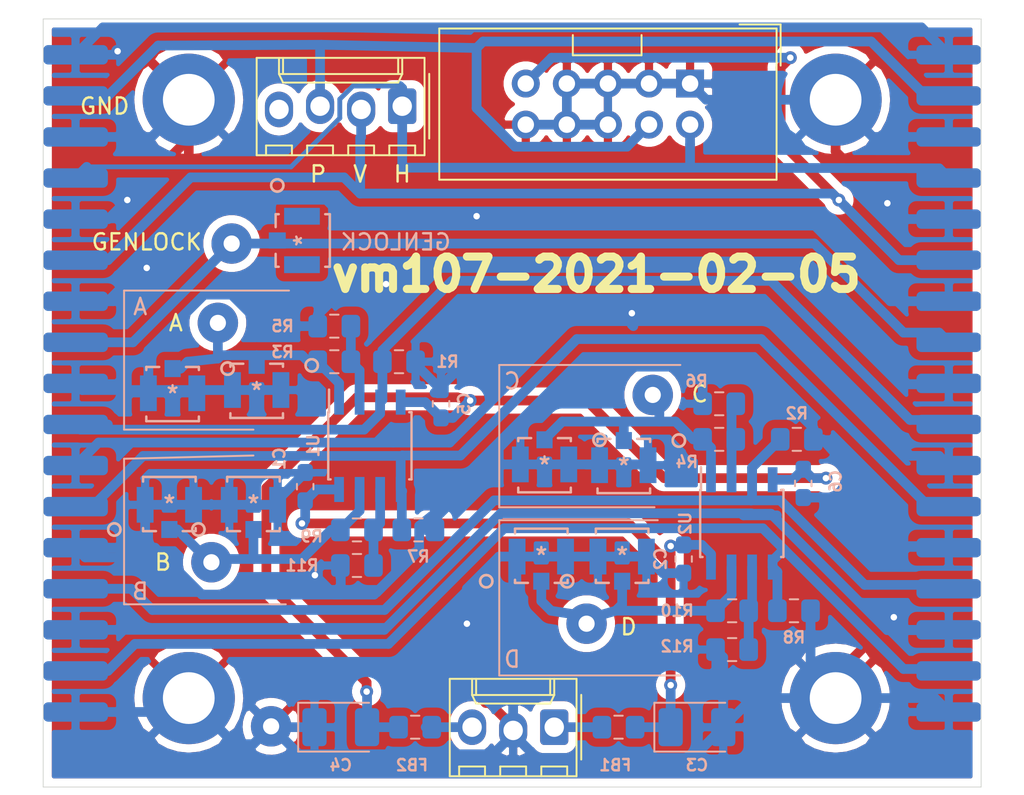
<source format=kicad_pcb>
(kicad_pcb (version 20171130) (host pcbnew "(5.1.5-0-10_14)")
  (layers (0 F.Cu signal) (31 B.Cu signal) (34 B.Paste user) (35 F.Paste user) (36 B.SilkS user) (37 F.SilkS user) (38 B.Mask user) (39 F.Mask user) (44 Edge.Cuts user))
  (net 0 "")
  (net 1 GND)
  (net 2 out_d)
  (net 3 out_c)
  (net 4 out_b)
  (net 5 out_a)
  (net 6 genlock)
  (net 7 vsync)
  (net 8 hsync)
  (net 9 porch)
  (net 10 +5V)
  (net 11 -5V)
  (net 12 "Net-(FB1-Pad2)")
  (net 13 "Net-(FB2-Pad1)")
  (net 14 "Net-(J1-Pad1)")
  (net 15 "Net-(J108-Pad1)")
  (net 16 "Net-(J10-Pad1)")
  (net 17 "Net-(J11-Pad1)")
  (net 18 "Net-(R3-Pad2)")
  (net 19 "Net-(R4-Pad2)")
  (net 20 "Net-(R11-Pad1)")
  (net 21 "Net-(R10-Pad2)")
  (module synkie_footprints:C_0603_1608Metric_Pad1.05x0.95mm_HandSolder (layer B.Cu) (at 120.6 103.4 270)
    (fp_text reference C2 (at 0 1.43 90) (layer B.SilkS) (effects (font (size 0.7 0.7)) (justify mirror)))
    (fp_text value C)
    (pad 2 smd roundrect (at 0.875 0 270) (size 1.05 0.95) (layers B.Cu B.Paste B.Mask) (net 1 GND))
    (pad 1 smd roundrect (at -0.875 0 270) (size 1.05 0.95) (layers B.Cu B.Paste B.Mask) (net 10 +5V))
  )
  (module synkie_footprints:C_0603_1608Metric_Pad1.05x0.95mm_HandSolder (layer B.Cu) (at 128 98.725 270)
    (fp_text reference C6 (at -0.125 -2 90) (layer B.SilkS) (effects (font (size 0.7 0.7)) (justify mirror)))
    (fp_text value C)
    (pad 2 smd roundrect (at 0.875 0 270) (size 1.05 0.95) (layers B.Cu B.Paste B.Mask) (net 1 GND))
    (pad 1 smd roundrect (at -0.875 0 270) (size 1.05 0.95) (layers B.Cu B.Paste B.Mask) (net 11 -5V))
  )
  (module synkie_footprints:SOIC-8_3.9x4.9mm_P1.27mm (layer B.Cu) (at 124.2 101.2 270)
    (fp_text reference U2 (at 0 3.5 90) (layer B.SilkS) (effects (font (size 0.7 0.7)) (justify mirror)))
    (fp_text value LMH6643)
    (pad 8 smd rect (at 2.7 1.905 270) (size 1.55 0.6) (layers B.Cu B.Paste B.Mask) (net 10 +5V))
    (pad 7 smd rect (at 2.7 0.635 270) (size 1.55 0.6) (layers B.Cu B.Paste B.Mask) (net 17 "Net-(J11-Pad1)"))
    (pad 6 smd rect (at 2.7 -0.635 270) (size 1.55 0.6) (layers B.Cu B.Paste B.Mask) (net 21 "Net-(R10-Pad2)"))
    (pad 5 smd rect (at 2.7 -1.905 270) (size 1.55 0.6) (layers B.Cu B.Paste B.Mask) (net 2 out_d))
    (pad 4 smd rect (at -2.7 -1.905 270) (size 1.55 0.6) (layers B.Cu B.Paste B.Mask) (net 11 -5V))
    (pad 3 smd rect (at -2.7 -0.635 270) (size 1.55 0.6) (layers B.Cu B.Paste B.Mask) (net 3 out_c))
    (pad 2 smd rect (at -2.7 0.635 270) (size 1.55 0.6) (layers B.Cu B.Paste B.Mask) (net 19 "Net-(R4-Pad2)"))
    (pad 1 smd rect (at -2.7 1.905 270) (size 1.55 0.6) (layers B.Cu B.Paste B.Mask) (net 14 "Net-(J1-Pad1)"))
  )
  (module synkie_footprints:SOIC-8_3.9x4.9mm_P1.27mm (layer B.Cu) (at 101.2 96.4 270)
    (fp_text reference U1 (at 0 3.5 90) (layer B.SilkS) (effects (font (size 0.7 0.7)) (justify mirror)))
    (fp_text value LMH6643)
    (pad 8 smd rect (at 2.7 1.905 270) (size 1.55 0.6) (layers B.Cu B.Paste B.Mask) (net 10 +5V))
    (pad 7 smd rect (at 2.7 0.635 270) (size 1.55 0.6) (layers B.Cu B.Paste B.Mask) (net 16 "Net-(J10-Pad1)"))
    (pad 6 smd rect (at 2.7 -0.635 270) (size 1.55 0.6) (layers B.Cu B.Paste B.Mask) (net 20 "Net-(R11-Pad1)"))
    (pad 5 smd rect (at 2.7 -1.905 270) (size 1.55 0.6) (layers B.Cu B.Paste B.Mask) (net 4 out_b))
    (pad 4 smd rect (at -2.7 -1.905 270) (size 1.55 0.6) (layers B.Cu B.Paste B.Mask) (net 11 -5V))
    (pad 3 smd rect (at -2.7 -0.635 270) (size 1.55 0.6) (layers B.Cu B.Paste B.Mask) (net 5 out_a))
    (pad 2 smd rect (at -2.7 0.635 270) (size 1.55 0.6) (layers B.Cu B.Paste B.Mask) (net 18 "Net-(R3-Pad2)"))
    (pad 1 smd rect (at -2.7 1.905 270) (size 1.55 0.6) (layers B.Cu B.Paste B.Mask) (net 15 "Net-(J108-Pad1)"))
  )
  (module synkie_footprints:R_0805_2012Metric_Pad1.15x1.40mm_HandSolder (layer B.Cu) (at 123.6 109 180)
    (fp_text reference R12 (at 3.4 0.2) (layer B.SilkS) (effects (font (size 0.7 0.7)) (justify mirror)))
    (fp_text value 120)
    (pad 2 smd roundrect (at 1.025 0 180) (size 1.15 1.4) (layers B.Cu B.Paste B.Mask) (roundrect_rratio 0.217391) (net 1 GND))
    (pad 1 smd roundrect (at -1.025 0 180) (size 1.15 1.4) (layers B.Cu B.Paste B.Mask) (roundrect_rratio 0.217391) (net 21 "Net-(R10-Pad2)"))
  )
  (module synkie_footprints:R_0805_2012Metric_Pad1.15x1.40mm_HandSolder (layer B.Cu) (at 100.4 103.8 180)
    (fp_text reference R11 (at 3.4 0) (layer B.SilkS) (effects (font (size 0.7 0.7)) (justify mirror)))
    (fp_text value 120)
    (pad 2 smd roundrect (at 1.025 0 180) (size 1.15 1.4) (layers B.Cu B.Paste B.Mask) (roundrect_rratio 0.217391) (net 1 GND))
    (pad 1 smd roundrect (at -1.025 0 180) (size 1.15 1.4) (layers B.Cu B.Paste B.Mask) (roundrect_rratio 0.217391) (net 20 "Net-(R11-Pad1)"))
  )
  (module synkie_footprints:R_0805_2012Metric_Pad1.15x1.40mm_HandSolder (layer B.Cu) (at 123.6 106.6)
    (fp_text reference R10 (at -3.4 0) (layer B.SilkS) (effects (font (size 0.7 0.7)) (justify mirror)))
    (fp_text value 560)
    (pad 2 smd roundrect (at 1.025 0) (size 1.15 1.4) (layers B.Cu B.Paste B.Mask) (roundrect_rratio 0.217391) (net 21 "Net-(R10-Pad2)"))
    (pad 1 smd roundrect (at -1.025 0) (size 1.15 1.4) (layers B.Cu B.Paste B.Mask) (roundrect_rratio 0.217391) (net 17 "Net-(J11-Pad1)"))
  )
  (module synkie_footprints:R_0805_2012Metric_Pad1.15x1.40mm_HandSolder (layer B.Cu) (at 100.4 101.6)
    (fp_text reference R9 (at -2.8 0.4) (layer B.SilkS) (effects (font (size 0.7 0.7)) (justify mirror)))
    (fp_text value 560)
    (pad 2 smd roundrect (at 1.025 0) (size 1.15 1.4) (layers B.Cu B.Paste B.Mask) (roundrect_rratio 0.217391) (net 20 "Net-(R11-Pad1)"))
    (pad 1 smd roundrect (at -1.025 0) (size 1.15 1.4) (layers B.Cu B.Paste B.Mask) (roundrect_rratio 0.217391) (net 16 "Net-(J10-Pad1)"))
  )
  (module synkie_footprints:R_0805_2012Metric_Pad1.15x1.40mm_HandSolder (layer B.Cu) (at 127.425 106.6)
    (fp_text reference R8 (at 0 1.65) (layer B.SilkS) (effects (font (size 0.7 0.7)) (justify mirror)))
    (fp_text value 560)
    (pad 2 smd roundrect (at 1.025 0) (size 1.15 1.4) (layers B.Cu B.Paste B.Mask) (roundrect_rratio 0.217391) (net 1 GND))
    (pad 1 smd roundrect (at -1.025 0) (size 1.15 1.4) (layers B.Cu B.Paste B.Mask) (roundrect_rratio 0.217391) (net 2 out_d))
  )
  (module synkie_footprints:R_0805_2012Metric_Pad1.15x1.40mm_HandSolder (layer B.Cu) (at 104.2 101.6)
    (fp_text reference R7 (at 0 1.65) (layer B.SilkS) (effects (font (size 0.7 0.7)) (justify mirror)))
    (fp_text value 560)
    (pad 2 smd roundrect (at 1.025 0) (size 1.15 1.4) (layers B.Cu B.Paste B.Mask) (roundrect_rratio 0.217391) (net 1 GND))
    (pad 1 smd roundrect (at -1.025 0) (size 1.15 1.4) (layers B.Cu B.Paste B.Mask) (roundrect_rratio 0.217391) (net 4 out_b))
  )
  (module synkie_footprints:R_0805_2012Metric_Pad1.15x1.40mm_HandSolder (layer B.Cu) (at 122.8 93.8 180)
    (fp_text reference R6 (at 1.4 1.4) (layer B.SilkS) (effects (font (size 0.7 0.7)) (justify mirror)))
    (fp_text value 120)
    (pad 2 smd roundrect (at 1.025 0 180) (size 1.15 1.4) (layers B.Cu B.Paste B.Mask) (roundrect_rratio 0.217391) (net 1 GND))
    (pad 1 smd roundrect (at -1.025 0 180) (size 1.15 1.4) (layers B.Cu B.Paste B.Mask) (roundrect_rratio 0.217391) (net 19 "Net-(R4-Pad2)"))
  )
  (module synkie_footprints:R_0805_2012Metric_Pad1.15x1.40mm_HandSolder (layer B.Cu) (at 99 89 180)
    (fp_text reference R5 (at 3.2 0) (layer B.SilkS) (effects (font (size 0.7 0.7)) (justify mirror)))
    (fp_text value 120)
    (pad 2 smd roundrect (at 1.025 0 180) (size 1.15 1.4) (layers B.Cu B.Paste B.Mask) (roundrect_rratio 0.217391) (net 1 GND))
    (pad 1 smd roundrect (at -1.025 0 180) (size 1.15 1.4) (layers B.Cu B.Paste B.Mask) (roundrect_rratio 0.217391) (net 18 "Net-(R3-Pad2)"))
  )
  (module synkie_footprints:R_0805_2012Metric_Pad1.15x1.40mm_HandSolder (layer B.Cu) (at 122.8 96)
    (fp_text reference R4 (at -2 1.4) (layer B.SilkS) (effects (font (size 0.7 0.7)) (justify mirror)))
    (fp_text value 560)
    (pad 2 smd roundrect (at 1.025 0) (size 1.15 1.4) (layers B.Cu B.Paste B.Mask) (roundrect_rratio 0.217391) (net 19 "Net-(R4-Pad2)"))
    (pad 1 smd roundrect (at -1.025 0) (size 1.15 1.4) (layers B.Cu B.Paste B.Mask) (roundrect_rratio 0.217391) (net 14 "Net-(J1-Pad1)"))
  )
  (module synkie_footprints:R_0805_2012Metric_Pad1.15x1.40mm_HandSolder (layer B.Cu) (at 99 91.2)
    (fp_text reference R3 (at -3.2 -0.6) (layer B.SilkS) (effects (font (size 0.7 0.7)) (justify mirror)))
    (fp_text value 560)
    (pad 2 smd roundrect (at 1.025 0) (size 1.15 1.4) (layers B.Cu B.Paste B.Mask) (roundrect_rratio 0.217391) (net 18 "Net-(R3-Pad2)"))
    (pad 1 smd roundrect (at -1.025 0) (size 1.15 1.4) (layers B.Cu B.Paste B.Mask) (roundrect_rratio 0.217391) (net 15 "Net-(J108-Pad1)"))
  )
  (module synkie_footprints:R_0805_2012Metric_Pad1.15x1.40mm_HandSolder (layer B.Cu) (at 127.6 96)
    (fp_text reference R2 (at 0 -1.6) (layer B.SilkS) (effects (font (size 0.7 0.7)) (justify mirror)))
    (fp_text value 560)
    (pad 2 smd roundrect (at 1.025 0) (size 1.15 1.4) (layers B.Cu B.Paste B.Mask) (roundrect_rratio 0.217391) (net 1 GND))
    (pad 1 smd roundrect (at -1.025 0) (size 1.15 1.4) (layers B.Cu B.Paste B.Mask) (roundrect_rratio 0.217391) (net 3 out_c))
  )
  (module synkie_footprints:R_0805_2012Metric_Pad1.15x1.40mm_HandSolder (layer B.Cu) (at 103 91.2)
    (fp_text reference R1 (at 3 0) (layer B.SilkS) (effects (font (size 0.7 0.7)) (justify mirror)))
    (fp_text value 560)
    (pad 2 smd roundrect (at 1.025 0) (size 1.15 1.4) (layers B.Cu B.Paste B.Mask) (roundrect_rratio 0.217391) (net 1 GND))
    (pad 1 smd roundrect (at -1.025 0) (size 1.15 1.4) (layers B.Cu B.Paste B.Mask) (roundrect_rratio 0.217391) (net 5 out_a))
  )
  (module synkie_footprints:TE_UMCC_2337019-1 (layer B.Cu) (at 111.8 103.2)
    (fp_text reference J11 hide)
    (fp_text value UMCC hide)
    (fp_text user * (at 0 0) (layer B.SilkS) (effects (justify mirror)))
    (pad 1 smd rect (at 0 1.5744) (size 1 1.05) (layers B.Cu B.Paste B.Mask) (net 17 "Net-(J11-Pad1)"))
    (pad 2 smd rect (at -1.497501 0.049399) (size 1.0414 2.2098) (layers B.Cu B.Paste B.Mask) (net 1 GND))
    (pad 3 smd rect (at 1.497501 0.049399) (size 1.0414 2.2098) (layers B.Cu B.Paste B.Mask) (net 1 GND))
  )
  (module synkie_footprints:TE_UMCC_2337019-1 (layer B.Cu) (at 94 100)
    (fp_text reference J10 hide)
    (fp_text value UMCC hide)
    (fp_text user * (at 0 0) (layer B.SilkS) (effects (justify mirror)))
    (pad 1 smd rect (at 0 1.5744) (size 1 1.05) (layers B.Cu B.Paste B.Mask) (net 16 "Net-(J10-Pad1)"))
    (pad 2 smd rect (at -1.497501 0.049399) (size 1.0414 2.2098) (layers B.Cu B.Paste B.Mask) (net 1 GND))
    (pad 3 smd rect (at 1.497501 0.049399) (size 1.0414 2.2098) (layers B.Cu B.Paste B.Mask) (net 1 GND))
  )
  (module synkie_footprints:IDC-Header_2x05_P2.54mm_Vertical (layer F.Cu) (at 121 74 270)
    (fp_text reference J9 hide)
    (fp_text value Conn_01x10)
    (pad 1 thru_hole rect (at 0 0 270) (size 1.7272 1.7272) (drill 1.016) (layers *.Cu *.Mask) (net 1 GND))
    (pad 2 thru_hole oval (at 2.54 0 270) (size 1.7272 1.7272) (drill 1.016) (layers *.Cu *.Mask) (net 8 hsync))
    (pad 3 thru_hole oval (at 0 2.54 270) (size 1.7272 1.7272) (drill 1.016) (layers *.Cu *.Mask) (net 1 GND))
    (pad 4 thru_hole oval (at 2.54 2.54 270) (size 1.7272 1.7272) (drill 1.016) (layers *.Cu *.Mask) (net 9 porch))
    (pad 5 thru_hole oval (at 0 5.08 270) (size 1.7272 1.7272) (drill 1.016) (layers *.Cu *.Mask) (net 1 GND))
    (pad 6 thru_hole oval (at 2.54 5.08 270) (size 1.7272 1.7272) (drill 1.016) (layers *.Cu *.Mask) (net 1 GND))
    (pad 7 thru_hole oval (at 0 7.62 270) (size 1.7272 1.7272) (drill 1.016) (layers *.Cu *.Mask) (net 1 GND))
    (pad 8 thru_hole oval (at 2.54 7.62 270) (size 1.7272 1.7272) (drill 1.016) (layers *.Cu *.Mask) (net 1 GND))
    (pad 9 thru_hole oval (at 0 10.16 270) (size 1.7272 1.7272) (drill 1.016) (layers *.Cu *.Mask) (net 7 vsync))
    (pad 10 thru_hole oval (at 2.54 10.16 270) (size 1.7272 1.7272) (drill 1.016) (layers *.Cu *.Mask) (net 1 GND))
  )
  (module synkie_footprints:TE_UMCC_2337019-1 (layer B.Cu) (at 116.8 103.2)
    (fp_text reference J8 hide)
    (fp_text value UMCC hide)
    (fp_text user * (at 0 0) (layer B.SilkS) (effects (justify mirror)))
    (pad 1 smd rect (at 0 1.5744) (size 1 1.05) (layers B.Cu B.Paste B.Mask) (net 17 "Net-(J11-Pad1)"))
    (pad 2 smd rect (at -1.497501 0.049399) (size 1.0414 2.2098) (layers B.Cu B.Paste B.Mask) (net 1 GND))
    (pad 3 smd rect (at 1.497501 0.049399) (size 1.0414 2.2098) (layers B.Cu B.Paste B.Mask) (net 1 GND))
  )
  (module synkie_footprints:TE_UMCC_2337019-1 (layer B.Cu) (at 88.8 100)
    (fp_text reference J7 hide)
    (fp_text value UMCC hide)
    (fp_text user * (at 0 0) (layer B.SilkS) (effects (justify mirror)))
    (pad 1 smd rect (at 0 1.5744) (size 1 1.05) (layers B.Cu B.Paste B.Mask) (net 16 "Net-(J10-Pad1)"))
    (pad 2 smd rect (at -1.497501 0.049399) (size 1.0414 2.2098) (layers B.Cu B.Paste B.Mask) (net 1 GND))
    (pad 3 smd rect (at 1.497501 0.049399) (size 1.0414 2.2098) (layers B.Cu B.Paste B.Mask) (net 1 GND))
  )
  (module synkie_footprints:Solderpad_1mm (layer B.Cu) (at 115.108 107.146)
    (fp_text reference J6 hide)
    (fp_text value a)
    (pad 1 thru_hole circle (at -0.508 0.254) (size 2.5 2.5) (drill 1) (layers *.Cu *.Mask) (net 17 "Net-(J11-Pad1)"))
  )
  (module synkie_footprints:Solderpad_1mm (layer B.Cu) (at 91.908 103.346)
    (fp_text reference J5 hide)
    (fp_text value a)
    (pad 1 thru_hole circle (at -0.508 0.254) (size 2.5 2.5) (drill 1) (layers *.Cu *.Mask) (net 16 "Net-(J10-Pad1)"))
  )
  (module synkie_footprints:TE_UMCC_2337019-1 (layer B.Cu) (at 112 97.6 180)
    (fp_text reference J4 hide)
    (fp_text value UMCC hide)
    (fp_text user * (at 0 0) (layer B.SilkS) (effects (justify mirror)))
    (pad 1 smd rect (at 0 1.5744 180) (size 1 1.05) (layers B.Cu B.Paste B.Mask) (net 14 "Net-(J1-Pad1)"))
    (pad 2 smd rect (at -1.497501 0.049399 180) (size 1.0414 2.2098) (layers B.Cu B.Paste B.Mask) (net 1 GND))
    (pad 3 smd rect (at 1.497501 0.049399 180) (size 1.0414 2.2098) (layers B.Cu B.Paste B.Mask) (net 1 GND))
  )
  (module synkie_footprints:TE_UMCC_2337019-1 (layer B.Cu) (at 116.902499 97.649399 180)
    (fp_text reference J3 hide)
    (fp_text value UMCC hide)
    (fp_text user * (at 0 0) (layer B.SilkS) (effects (justify mirror)))
    (pad 1 smd rect (at 0 1.5744 180) (size 1 1.05) (layers B.Cu B.Paste B.Mask) (net 14 "Net-(J1-Pad1)"))
    (pad 2 smd rect (at -1.497501 0.049399 180) (size 1.0414 2.2098) (layers B.Cu B.Paste B.Mask) (net 1 GND))
    (pad 3 smd rect (at 1.497501 0.049399 180) (size 1.0414 2.2098) (layers B.Cu B.Paste B.Mask) (net 1 GND))
  )
  (module synkie_footprints:TE_UMCC_2337019-1 (layer B.Cu) (at 89 93.2 180)
    (fp_text reference J2 hide)
    (fp_text value UMCC hide)
    (fp_text user * (at 0 0) (layer B.SilkS) (effects (justify mirror)))
    (pad 1 smd rect (at 0 1.5744 180) (size 1 1.05) (layers B.Cu B.Paste B.Mask) (net 15 "Net-(J108-Pad1)"))
    (pad 2 smd rect (at -1.497501 0.049399 180) (size 1.0414 2.2098) (layers B.Cu B.Paste B.Mask) (net 1 GND))
    (pad 3 smd rect (at 1.497501 0.049399 180) (size 1.0414 2.2098) (layers B.Cu B.Paste B.Mask) (net 1 GND))
  )
  (module synkie_footprints:Solderpad_1mm (layer B.Cu) (at 119.2 93)
    (fp_text reference J1 hide)
    (fp_text value a)
    (pad 1 thru_hole circle (at -0.508 0.254) (size 2.5 2.5) (drill 1) (layers *.Cu *.Mask) (net 14 "Net-(J1-Pad1)"))
  )
  (module synkie_footprints:L_0805_2012Metric_Pad1.15x1.40mm_HandSolder (layer B.Cu) (at 104 113.8 180)
    (fp_text reference FB2 (at 0.2 -2.35) (layer B.SilkS) (effects (font (size 0.7 0.7)) (justify mirror)))
    (fp_text value Ferrite_Bead)
    (pad 1 smd roundrect (at -1.025 0 180) (size 1.15 1.4) (layers B.Cu B.Paste B.Mask) (roundrect_rratio 0.217391) (net 13 "Net-(FB2-Pad1)"))
    (pad 2 smd roundrect (at 1.025 0 180) (size 1.15 1.4) (layers B.Cu B.Paste B.Mask) (roundrect_rratio 0.217391) (net 11 -5V))
  )
  (module synkie_footprints:L_0805_2012Metric_Pad1.15x1.40mm_HandSolder (layer B.Cu) (at 116.575 113.8 180)
    (fp_text reference FB1 (at 0.2 -2.35) (layer B.SilkS) (effects (font (size 0.7 0.7)) (justify mirror)))
    (fp_text value Ferrite_Bead)
    (pad 1 smd roundrect (at -1.025 0 180) (size 1.15 1.4) (layers B.Cu B.Paste B.Mask) (roundrect_rratio 0.217391) (net 10 +5V))
    (pad 2 smd roundrect (at 1.025 0 180) (size 1.15 1.4) (layers B.Cu B.Paste B.Mask) (roundrect_rratio 0.217391) (net 12 "Net-(FB1-Pad2)"))
  )
  (module synkie_footprints:C_0603_1608Metric_Pad1.05x0.95mm_HandSolder (layer B.Cu) (at 105.6 93.8 90)
    (fp_text reference C5 (at 0 1.43 90) (layer B.SilkS) (effects (font (size 0.7 0.7)) (justify mirror)))
    (fp_text value C)
    (pad 2 smd roundrect (at 0.875 0 90) (size 1.05 0.95) (layers B.Cu B.Paste B.Mask) (net 1 GND))
    (pad 1 smd roundrect (at -0.875 0 90) (size 1.05 0.95) (layers B.Cu B.Paste B.Mask) (net 11 -5V))
  )
  (module synkie_footprints:CP_EIA-3528-21_Kemet-B_Pad1.50x2.35mm_HandSolder (layer B.Cu) (at 99.4 113.8)
    (fp_text reference C4 (at 0 2.35) (layer B.SilkS) (effects (font (size 0.7 0.7)) (justify mirror)))
    (fp_text value CP)
    (pad 2 smd roundrect (at 1.625 0) (size 1.5 2.35) (layers B.Cu B.Paste B.Mask) (roundrect_rratio 0.166667) (net 11 -5V))
    (pad 1 smd roundrect (at -1.625 0) (size 1.5 2.35) (layers B.Cu B.Paste B.Mask) (roundrect_rratio 0.166667) (net 1 GND))
  )
  (module synkie_footprints:CP_EIA-3528-21_Kemet-B_Pad1.50x2.35mm_HandSolder (layer B.Cu) (at 121.425 113.8)
    (fp_text reference C3 (at 0 2.35) (layer B.SilkS) (effects (font (size 0.7 0.7)) (justify mirror)))
    (fp_text value CP)
    (pad 2 smd roundrect (at 1.625 0) (size 1.5 2.35) (layers B.Cu B.Paste B.Mask) (roundrect_rratio 0.166667) (net 1 GND))
    (pad 1 smd roundrect (at -1.625 0) (size 1.5 2.35) (layers B.Cu B.Paste B.Mask) (roundrect_rratio 0.166667) (net 10 +5V))
  )
  (module synkie_footprints:C_0603_1608Metric_Pad1.05x0.95mm_HandSolder (layer B.Cu) (at 97.2 98.925 90)
    (fp_text reference C1 (at 1.725 -1.6 90) (layer B.SilkS) (effects (font (size 0.7 0.7)) (justify mirror)))
    (fp_text value C)
    (pad 2 smd roundrect (at 0.875 0 90) (size 1.05 0.95) (layers B.Cu B.Paste B.Mask) (net 1 GND))
    (pad 1 smd roundrect (at -0.875 0 90) (size 1.05 0.95) (layers B.Cu B.Paste B.Mask) (net 10 +5V))
  )
  (module synkie_footprints:Solderpad_1mm (layer F.Cu) (at 92.308 89.054)
    (fp_text reference J109 hide)
    (fp_text value a)
    (pad 1 thru_hole circle (at -0.508 -0.254) (size 2.5 2.5) (drill 1) (layers *.Cu *.Mask) (net 15 "Net-(J108-Pad1)"))
  )
  (module synkie_footprints:TE_UMCC_2337019-1 (layer B.Cu) (at 94.2 93 180)
    (fp_text reference J108 hide)
    (fp_text value UMCC hide)
    (fp_text user * (at 0 0 180) (layer B.SilkS) (effects (justify mirror)))
    (pad 1 smd rect (at 0 1.5744 180) (size 1 1.05) (layers B.Cu B.Paste B.Mask) (net 15 "Net-(J108-Pad1)"))
    (pad 2 smd rect (at -1.497501 0.049399 180) (size 1.0414 2.2098) (layers B.Cu B.Paste B.Mask) (net 1 GND))
    (pad 3 smd rect (at 1.497501 0.049399 180) (size 1.0414 2.2098) (layers B.Cu B.Paste B.Mask) (net 1 GND))
  )
  (module synkie_footprints:Solderpad_1mm (layer F.Cu) (at 92.4 84.4 270)
    (fp_text reference J106 hide)
    (fp_text value genlock)
    (pad 1 thru_hole circle (at -0.508 -0.254 270) (size 2.5 2.5) (drill 1) (layers *.Cu *.Mask) (net 6 genlock))
  )
  (module synkie_footprints:TE_UMCC_2337019-1 (layer B.Cu) (at 97.049399 83.702499 270)
    (fp_text reference J105 hide)
    (fp_text value UMCC hide)
    (fp_text user * (at 0 0 90) (layer B.SilkS) (effects (justify mirror)))
    (pad 1 smd rect (at 0 1.5744 270) (size 1 1.05) (layers B.Cu B.Paste B.Mask) (net 6 genlock))
    (pad 2 smd rect (at -1.497501 0.049399 270) (size 1.0414 2.2098) (layers B.Cu B.Paste B.Mask))
    (pad 3 smd rect (at 1.497501 0.049399 270) (size 1.0414 2.2098) (layers B.Cu B.Paste B.Mask))
  )
  (module synkie_footprints:Molex_KK-254_AE-6410-04A_1x04_P2.54mm_Vertical (layer F.Cu) (at 103.2 75.4 180)
    (fp_text reference J102 hide)
    (fp_text value Conn_01x04)
    (pad 1 thru_hole roundrect (at 0 0 180) (size 1.74 2.2) (drill 1.2) (layers *.Cu *.Mask) (roundrect_rratio 0.143678) (net 8 hsync))
    (pad 2 thru_hole oval (at 2.54 -0.2 180) (size 1.74 2.2) (drill 1.2) (layers *.Cu *.Mask) (net 7 vsync))
    (pad 3 thru_hole oval (at 5.08 0 180) (size 1.74 2.2) (drill 1.2) (layers *.Cu *.Mask) (net 9 porch))
    (pad 4 thru_hole oval (at 7.62 -0.2 180) (size 1.74 2.2) (drill 1.2) (layers *.Cu *.Mask))
  )
  (module synkie_footprints:Molex_KK-254_AE-6410-03A_1x03_P2.54mm_Vertical (layer F.Cu) (at 112.6 113.8 180)
    (fp_text reference J101 hide)
    (fp_text value Conn_01x03)
    (pad 3 thru_hole oval (at 5.08 0 180) (size 1.74 2.2) (drill 1.2) (layers *.Cu *.Mask) (net 13 "Net-(FB2-Pad1)"))
    (pad 2 thru_hole oval (at 2.54 -0.2 180) (size 1.74 2.2) (drill 1.2) (layers *.Cu *.Mask) (net 1 GND))
    (pad 1 thru_hole roundrect (at 0 0 180) (size 1.74 2.2) (drill 1.2) (layers *.Cu *.Mask) (roundrect_rratio 0.143678) (net 12 "Net-(FB1-Pad2)"))
  )
  (module MountingHole:MountingHole_3.2mm_M3_ISO7380_Pad (layer F.Cu) (at 130 75)
    (fp_text reference H104 hide)
    (fp_text value MountingHole_Pad)
    (pad 1 thru_hole circle (at 0 0) (size 5.7 5.7) (drill 3.2) (layers *.Cu *.Mask) (net 1 GND))
  )
  (module MountingHole:MountingHole_3.2mm_M3_ISO7380_Pad (layer F.Cu) (at 90 75)
    (fp_text reference H103 hide)
    (fp_text value MountingHole_Pad)
    (pad 1 thru_hole circle (at 0 0) (size 5.7 5.7) (drill 3.2) (layers *.Cu *.Mask) (net 1 GND))
  )
  (module MountingHole:MountingHole_3.2mm_M3_ISO7380_Pad (layer F.Cu) (at 130 112)
    (fp_text reference H102 hide)
    (fp_text value MountingHole_Pad)
    (pad 1 thru_hole circle (at 0 0) (size 5.7 5.7) (drill 3.2) (layers *.Cu *.Mask) (net 1 GND))
  )
  (module MountingHole:MountingHole_3.2mm_M3_ISO7380_Pad (layer F.Cu) (at 90 112)
    (fp_text reference H101 hide)
    (fp_text value MountingHole_Pad)
    (pad 1 thru_hole circle (at 0 0) (size 5.7 5.7) (drill 3.2) (layers *.Cu *.Mask) (net 1 GND))
  )
  (module anyma_footprints:17pin-smd (layer B.Cu) (at 137 90 180)
    (fp_text reference J104 hide)
    (fp_text value Conn_01x17)
    (pad 17 smd roundrect (at 0 -22.86 180) (size 4 1.2) (layers B.Cu B.Paste B.Mask) (net 1 GND))
    (pad 16 smd roundrect (at 0 -20.32 180) (size 4 1.2) (layers B.Cu B.Paste B.Mask) (net 2 out_d))
    (pad 15 smd roundrect (at 0 -17.78 180) (size 4 1.2) (layers B.Cu B.Paste B.Mask) (net 1 GND))
    (pad 14 smd roundrect (at 0 -15.24 180) (size 4 1.2) (layers B.Cu B.Paste B.Mask) (net 3 out_c))
    (pad 13 smd roundrect (at 0 -12.7 180) (size 4 1.2) (layers B.Cu B.Paste B.Mask) (net 1 GND))
    (pad 12 smd roundrect (at 0 -10.16 180) (size 4 1.2) (layers B.Cu B.Paste B.Mask) (net 4 out_b))
    (pad 11 smd roundrect (at 0 -7.62 180) (size 4 1.2) (layers B.Cu B.Paste B.Mask) (net 1 GND))
    (pad 10 smd roundrect (at 0 -5.08 180) (size 4 1.2) (layers B.Cu B.Paste B.Mask) (net 5 out_a))
    (pad 9 smd roundrect (at 0 -2.54 180) (size 4 1.2) (layers B.Cu B.Paste B.Mask) (net 1 GND))
    (pad 8 smd roundrect (at 0 0 180) (size 4 1.2) (layers B.Cu B.Paste B.Mask) (net 6 genlock))
    (pad 7 smd roundrect (at 0 2.54 180) (size 4 1.2) (layers B.Cu B.Paste B.Mask) (net 1 GND))
    (pad 6 smd roundrect (at 0 5.08 180) (size 4 1.2) (layers B.Cu B.Paste B.Mask) (net 7 vsync))
    (pad 5 smd roundrect (at 0 7.62 180) (size 4 1.2) (layers B.Cu B.Paste B.Mask) (net 1 GND))
    (pad 4 smd roundrect (at 0 10.16 180) (size 4 1.2) (layers B.Cu B.Paste B.Mask) (net 8 hsync))
    (pad 3 smd roundrect (at 0 12.7 180) (size 4 1.2) (layers B.Cu B.Paste B.Mask) (net 1 GND))
    (pad 2 smd roundrect (at 0 15.24 180) (size 4 1.2) (layers B.Cu B.Paste B.Mask) (net 9 porch))
    (pad 1 smd roundrect (at 0 17.78 180) (size 4 1.2) (layers B.Cu B.Paste B.Mask) (net 1 GND))
  )
  (module anyma_footprints:17pin-smd (layer B.Cu) (at 83 90 180)
    (fp_text reference J103 hide)
    (fp_text value Conn_01x17)
    (pad 17 smd roundrect (at 0 -22.86 180) (size 4 1.2) (layers B.Cu B.Paste B.Mask) (net 1 GND))
    (pad 16 smd roundrect (at 0 -20.32 180) (size 4 1.2) (layers B.Cu B.Paste B.Mask) (net 2 out_d))
    (pad 15 smd roundrect (at 0 -17.78 180) (size 4 1.2) (layers B.Cu B.Paste B.Mask) (net 1 GND))
    (pad 14 smd roundrect (at 0 -15.24 180) (size 4 1.2) (layers B.Cu B.Paste B.Mask) (net 3 out_c))
    (pad 13 smd roundrect (at 0 -12.7 180) (size 4 1.2) (layers B.Cu B.Paste B.Mask) (net 1 GND))
    (pad 12 smd roundrect (at 0 -10.16 180) (size 4 1.2) (layers B.Cu B.Paste B.Mask) (net 4 out_b))
    (pad 11 smd roundrect (at 0 -7.62 180) (size 4 1.2) (layers B.Cu B.Paste B.Mask) (net 1 GND))
    (pad 10 smd roundrect (at 0 -5.08 180) (size 4 1.2) (layers B.Cu B.Paste B.Mask) (net 5 out_a))
    (pad 9 smd roundrect (at 0 -2.54 180) (size 4 1.2) (layers B.Cu B.Paste B.Mask) (net 1 GND))
    (pad 8 smd roundrect (at 0 0 180) (size 4 1.2) (layers B.Cu B.Paste B.Mask) (net 6 genlock))
    (pad 7 smd roundrect (at 0 2.54 180) (size 4 1.2) (layers B.Cu B.Paste B.Mask) (net 1 GND))
    (pad 6 smd roundrect (at 0 5.08 180) (size 4 1.2) (layers B.Cu B.Paste B.Mask) (net 7 vsync))
    (pad 5 smd roundrect (at 0 7.62 180) (size 4 1.2) (layers B.Cu B.Paste B.Mask) (net 1 GND))
    (pad 4 smd roundrect (at 0 10.16 180) (size 4 1.2) (layers B.Cu B.Paste B.Mask) (net 8 hsync))
    (pad 3 smd roundrect (at 0 12.7 180) (size 4 1.2) (layers B.Cu B.Paste B.Mask) (net 1 GND))
    (pad 2 smd roundrect (at 0 15.24 180) (size 4 1.2) (layers B.Cu B.Paste B.Mask) (net 9 porch))
    (pad 1 smd roundrect (at 0 17.78 180) (size 4 1.2) (layers B.Cu B.Paste B.Mask) (net 1 GND))
  )
  (module synkie_footprints:Solderpad_1mm (layer F.Cu) (at 95.6 114)
    (fp_text reference J107 hide)
    (fp_text value gnd)
    (pad 1 thru_hole circle (at -0.508 -0.254) (size 2.5 2.5) (drill 1) (layers *.Cu *.Mask) (net 1 GND))
  )
  (gr_line (start 109.2 110.6) (end 120.4 110.6) (layer B.SilkS) (width 0.12))
  (gr_line (start 109.2 101) (end 109.2 110.6) (layer B.SilkS) (width 0.12))
  (gr_line (start 119 101) (end 109.2 101) (layer B.SilkS) (width 0.12))
  (gr_line (start 109.2 100.2) (end 118.8 100.2) (layer B.SilkS) (width 0.12))
  (gr_line (start 109.2 91.4) (end 109.2 100.2) (layer B.SilkS) (width 0.12))
  (gr_line (start 120.4 91.4) (end 109.2 91.4) (layer B.SilkS) (width 0.12))
  (gr_text C (at 110 92.4) (layer B.SilkS) (effects (font (size 1 1)) (justify mirror)))
  (gr_text D (at 110 109.6) (layer B.SilkS) (effects (font (size 1 1)) (justify mirror)))
  (gr_line (start 86 95.4) (end 94 95.4) (layer B.SilkS) (width 0.12))
  (gr_line (start 86 86.8) (end 86 95.4) (layer B.SilkS) (width 0.12))
  (gr_line (start 96.2 86.8) (end 86 86.8) (layer B.SilkS) (width 0.12))
  (gr_line (start 86 106.2) (end 96 106.2) (layer B.SilkS) (width 0.12))
  (gr_line (start 86 97.2) (end 86 106.2) (layer B.SilkS) (width 0.12))
  (gr_line (start 94 97) (end 86 97.2) (layer B.SilkS) (width 0.12))
  (gr_text B (at 87 105.4) (layer B.SilkS) (effects (font (size 1 1)) (justify mirror)))
  (gr_text GENLOCK (at 102.8 83.8) (layer B.SilkS) (effects (font (size 1 1)) (justify mirror)))
  (gr_text A (at 87 87.8) (layer B.SilkS) (effects (font (size 1 1)) (justify mirror)))
  (gr_text B (at 88.4 103.6) (layer F.SilkS) (effects (font (size 1 1))))
  (gr_text D (at 117.2 107.6) (layer F.SilkS) (effects (font (size 1 1))))
  (gr_text C (at 121.6 93.2) (layer F.SilkS) (effects (font (size 1 1))))
  (gr_text A (at 89.2 88.8) (layer F.SilkS) (effects (font (size 1 1))))
  (gr_text GENLOCK (at 87.4 83.8) (layer F.SilkS) (effects (font (size 1 1))))
  (gr_text GND (at 84.8 75.4) (layer F.SilkS) (effects (font (size 1 1))))
  (gr_text P (at 98 79.6) (layer F.SilkS) (effects (font (size 1 1))))
  (gr_text V (at 100.6 79.6) (layer F.SilkS) (effects (font (size 1 1))))
  (gr_text H (at 103.2 79.6) (layer F.SilkS) (effects (font (size 1 1))))
  (gr_line (start 81 70) (end 139 70) (layer Edge.Cuts) (width 0.05))
  (gr_line (start 81 117.5) (end 139 117.5) (layer Edge.Cuts) (width 0.05))
  (gr_line (start 81 117.5) (end 81 70) (layer Edge.Cuts) (width 0.05))
  (gr_text vm107-2021-02-05 (at 115.2 85.8) (layer F.SilkS) (effects (font (size 2 2) (thickness 0.5))))
  (gr_line (start 139 70) (end 139 117.5) (layer Edge.Cuts) (width 0.05))
  (segment (start 121 74) (end 113.38 74) (width 0.6) (layer B.Cu) (net 1))
  (segment (start 85.756798 103.3) (end 87.302499 101.754299) (width 0.6) (layer B.Cu) (net 1))
  (segment (start 87.302499 101.754299) (end 87.302499 100.049399) (width 0.6) (layer B.Cu) (net 1))
  (segment (start 83.6 103.3) (end 85.756798 103.3) (width 0.6) (layer B.Cu) (net 1))
  (segment (start 83 102.7) (end 83.6 103.3) (width 0.6) (layer B.Cu) (net 1))
  (segment (start 87.302499 100.049399) (end 95.497501 100.049399) (width 0.6) (layer B.Cu) (net 1))
  (segment (start 83.410601 92.950601) (end 83 92.54) (width 0.6) (layer B.Cu) (net 1))
  (segment (start 95.697501 92.950601) (end 83.410601 92.950601) (width 0.6) (layer B.Cu) (net 1))
  (segment (start 87.502499 90.507499) (end 87.502499 91.445701) (width 0.6) (layer B.Cu) (net 1))
  (segment (start 90.959999 87.049999) (end 87.502499 90.507499) (width 0.6) (layer B.Cu) (net 1))
  (segment (start 92.640001 87.049999) (end 90.959999 87.049999) (width 0.6) (layer B.Cu) (net 1))
  (segment (start 94.590002 89) (end 92.640001 87.049999) (width 0.6) (layer B.Cu) (net 1))
  (segment (start 87.502499 91.445701) (end 87.502499 93.150601) (width 0.6) (layer B.Cu) (net 1))
  (segment (start 97.975 89) (end 94.590002 89) (width 0.6) (layer B.Cu) (net 1))
  (segment (start 109.293605 100.575011) (end 124.8 100.575011) (width 0.6) (layer B.Cu) (net 1))
  (segment (start 102.088616 107.78) (end 109.293605 100.575011) (width 0.6) (layer B.Cu) (net 1))
  (segment (start 83 107.78) (end 102.088616 107.78) (width 0.6) (layer B.Cu) (net 1))
  (segment (start 85 102.7) (end 83 102.7) (width 0.6) (layer B.Cu) (net 1))
  (segment (start 87.909998 102.7) (end 85 102.7) (width 0.6) (layer B.Cu) (net 1))
  (segment (start 104.25001 102.810668) (end 101.460678 105.6) (width 0.6) (layer B.Cu) (net 1))
  (segment (start 104.25001 101.34999) (end 104.25001 102.810668) (width 0.6) (layer B.Cu) (net 1))
  (segment (start 90.809998 105.6) (end 87.909998 102.7) (width 0.6) (layer B.Cu) (net 1))
  (segment (start 128.625 95.3) (end 124.828999 91.503999) (width 0.6) (layer B.Cu) (net 1))
  (segment (start 128.625 96) (end 128.625 95.3) (width 0.6) (layer B.Cu) (net 1))
  (segment (start 133.2 107.8) (end 126 100.6) (width 0.6) (layer B.Cu) (net 1))
  (segment (start 124.30002 100.69998) (end 126.368596 100.69998) (width 0.6) (layer B.Cu) (net 1))
  (segment (start 136.98 107.8) (end 133.2 107.8) (width 0.6) (layer B.Cu) (net 1))
  (segment (start 124.4 100.6) (end 124.30002 100.69998) (width 0.6) (layer B.Cu) (net 1))
  (segment (start 126 100.6) (end 124.4 100.6) (width 0.6) (layer B.Cu) (net 1))
  (segment (start 137 107.78) (end 136.98 107.8) (width 0.6) (layer B.Cu) (net 1))
  (segment (start 118.297501 103.249399) (end 110.302499 103.249399) (width 0.6) (layer B.Cu) (net 1))
  (segment (start 118.350601 97.550601) (end 118.4 97.6) (width 0.6) (layer B.Cu) (net 1))
  (segment (start 110.502499 97.550601) (end 118.350601 97.550601) (width 0.6) (layer B.Cu) (net 1))
  (segment (start 108.574399 97.550601) (end 105.225 100.9) (width 0.6) (layer B.Cu) (net 1))
  (segment (start 105.225 100.9) (end 105.225 101.6) (width 0.6) (layer B.Cu) (net 1))
  (segment (start 110.502499 97.550601) (end 108.574399 97.550601) (width 0.6) (layer B.Cu) (net 1))
  (segment (start 121.775 91.775) (end 121.775 93.8) (width 0.6) (layer B.Cu) (net 1))
  (segment (start 121.503999 91.503999) (end 121.775 91.775) (width 0.6) (layer B.Cu) (net 1))
  (segment (start 124.828999 91.503999) (end 121.503999 91.503999) (width 0.6) (layer B.Cu) (net 1))
  (segment (start 121.503999 91.503999) (end 114.096001 91.503999) (width 0.6) (layer B.Cu) (net 1))
  (segment (start 119.323102 104.275) (end 118.297501 103.249399) (width 0.6) (layer B.Cu) (net 1))
  (segment (start 120.6 104.275) (end 119.323102 104.275) (width 0.6) (layer B.Cu) (net 1))
  (segment (start 89.14 112.86) (end 90 112) (width 0.6) (layer B.Cu) (net 1))
  (segment (start 83 112.86) (end 89.14 112.86) (width 0.6) (layer B.Cu) (net 1))
  (segment (start 93.988001 114.849999) (end 95.092 113.746) (width 0.6) (layer B.Cu) (net 1))
  (segment (start 92.849999 114.849999) (end 93.988001 114.849999) (width 0.6) (layer B.Cu) (net 1))
  (segment (start 90 112) (end 92.849999 114.849999) (width 0.6) (layer B.Cu) (net 1))
  (segment (start 95.146 113.8) (end 95.092 113.746) (width 0.6) (layer B.Cu) (net 1))
  (segment (start 97.775 113.8) (end 95.146 113.8) (width 0.6) (layer B.Cu) (net 1))
  (segment (start 132.7 102.6) (end 132.7 99.5) (width 0.6) (layer B.Cu) (net 1))
  (segment (start 129.2 96) (end 128.625 96) (width 0.6) (layer B.Cu) (net 1))
  (segment (start 136.9 102.6) (end 132.7 102.6) (width 0.6) (layer B.Cu) (net 1))
  (segment (start 137 102.7) (end 136.9 102.6) (width 0.6) (layer B.Cu) (net 1))
  (segment (start 109.32501 88.99999) (end 105.2 93.125) (width 0.6) (layer B.Cu) (net 1))
  (segment (start 95.497501 99.752499) (end 97.2 98.05) (width 0.6) (layer B.Cu) (net 1))
  (segment (start 95.497501 100.049399) (end 95.497501 99.752499) (width 0.6) (layer B.Cu) (net 1))
  (segment (start 104.025 91.35) (end 105.6 92.925) (width 0.6) (layer B.Cu) (net 1))
  (segment (start 104.025 91.2) (end 104.025 91.35) (width 0.6) (layer B.Cu) (net 1))
  (segment (start 102.65001 96.19999) (end 106.132012 96.19999) (width 0.6) (layer B.Cu) (net 1))
  (segment (start 102.64999 96.20001) (end 102.65001 96.19999) (width 0.6) (layer B.Cu) (net 1))
  (segment (start 84.41999 96.20001) (end 102.64999 96.20001) (width 0.6) (layer B.Cu) (net 1))
  (segment (start 83 97.62) (end 84.41999 96.20001) (width 0.6) (layer B.Cu) (net 1))
  (segment (start 109.6 89.2) (end 109.32501 88.99999) (width 0.6) (layer B.Cu) (net 1))
  (segment (start 109.6 92.732002) (end 109.6 89.2) (width 0.6) (layer B.Cu) (net 1))
  (segment (start 106.132012 96.19999) (end 109.6 92.732002) (width 0.6) (layer B.Cu) (net 1))
  (segment (start 110.06 103.491898) (end 110.302499 103.249399) (width 0.6) (layer B.Cu) (net 1))
  (segment (start 110.06 114) (end 110.06 103.491898) (width 0.6) (layer B.Cu) (net 1))
  (segment (start 96.341999 114.995999) (end 95.092 113.746) (width 0.6) (layer B.Cu) (net 1))
  (segment (start 96.82101 115.47501) (end 96.341999 114.995999) (width 0.6) (layer B.Cu) (net 1))
  (segment (start 108.81499 115.47501) (end 96.82101 115.47501) (width 0.6) (layer B.Cu) (net 1))
  (segment (start 110.06 114.23) (end 108.81499 115.47501) (width 0.6) (layer B.Cu) (net 1))
  (segment (start 111.53 115.7) (end 121.15 115.7) (width 0.6) (layer B.Cu) (net 1))
  (segment (start 110.06 114.23) (end 111.53 115.7) (width 0.6) (layer B.Cu) (net 1))
  (segment (start 122.3 114.55) (end 123.05 113.8) (width 0.6) (layer B.Cu) (net 1))
  (segment (start 121.15 115.7) (end 122.3 114.55) (width 0.6) (layer B.Cu) (net 1))
  (segment (start 110.06 114) (end 110.06 114.23) (width 0.6) (layer B.Cu) (net 1))
  (segment (start 123.05 109.475) (end 122.575 109) (width 0.6) (layer B.Cu) (net 1))
  (segment (start 123.05 113.8) (end 123.05 109.475) (width 0.6) (layer B.Cu) (net 1))
  (segment (start 136.14 112) (end 130 112) (width 0.6) (layer B.Cu) (net 1))
  (segment (start 137 112.86) (end 136.14 112) (width 0.6) (layer B.Cu) (net 1))
  (segment (start 124.85 112) (end 123.05 113.8) (width 0.6) (layer B.Cu) (net 1))
  (segment (start 130 112) (end 124.85 112) (width 0.6) (layer B.Cu) (net 1))
  (segment (start 128.45 110.45) (end 130 112) (width 0.6) (layer B.Cu) (net 1))
  (segment (start 128.45 106.6) (end 128.45 110.45) (width 0.6) (layer B.Cu) (net 1))
  (segment (start 97.975 88.3) (end 97.975 89) (width 0.6) (layer B.Cu) (net 1))
  (segment (start 100.87501 85.39999) (end 97.975 88.3) (width 0.6) (layer B.Cu) (net 1))
  (segment (start 126.79999 85.39999) (end 100.87501 85.39999) (width 0.6) (layer B.Cu) (net 1))
  (segment (start 134 92.6) (end 126.79999 85.39999) (width 0.6) (layer B.Cu) (net 1))
  (segment (start 135 92.6) (end 134 92.6) (width 0.6) (layer B.Cu) (net 1))
  (segment (start 133.391384 87.46) (end 128.331384 82.4) (width 0.6) (layer B.Cu) (net 1))
  (segment (start 137 87.46) (end 133.391384 87.46) (width 0.6) (layer B.Cu) (net 1))
  (segment (start 91.275703 81.184297) (end 85 87.46) (width 0.6) (layer B.Cu) (net 1))
  (segment (start 98.504901 81.184297) (end 91.275703 81.184297) (width 0.6) (layer B.Cu) (net 1))
  (segment (start 85 87.46) (end 83 87.46) (width 0.6) (layer B.Cu) (net 1))
  (segment (start 99.720604 82.4) (end 98.504901 81.184297) (width 0.6) (layer B.Cu) (net 1))
  (segment (start 84.69499 70.52501) (end 135.30501 70.52501) (width 0.6) (layer B.Cu) (net 1))
  (segment (start 136.4 71.62) (end 137 72.22) (width 0.6) (layer B.Cu) (net 1))
  (segment (start 135.30501 70.52501) (end 136.4 71.62) (width 0.6) (layer B.Cu) (net 1))
  (segment (start 83 72.22) (end 84.69499 70.52501) (width 0.6) (layer B.Cu) (net 1))
  (segment (start 87.7 77.3) (end 90 75) (width 0.6) (layer B.Cu) (net 1))
  (segment (start 83 77.3) (end 87.7 77.3) (width 0.6) (layer B.Cu) (net 1))
  (segment (start 132.3 77.3) (end 130 75) (width 0.6) (layer B.Cu) (net 1))
  (segment (start 137 77.3) (end 132.3 77.3) (width 0.6) (layer B.Cu) (net 1))
  (segment (start 122 75) (end 121 74) (width 0.6) (layer B.Cu) (net 1))
  (segment (start 130 75) (end 122 75) (width 0.6) (layer B.Cu) (net 1))
  (segment (start 115.92 76.54) (end 110.84 76.54) (width 0.6) (layer B.Cu) (net 1))
  (segment (start 113.38 74) (end 113.38 76.54) (width 0.6) (layer B.Cu) (net 1))
  (via (at 102.2 86.4) (size 0.8) (drill 0.4) (layers F.Cu B.Cu) (net 1))
  (segment (start 101.19999 85.39999) (end 102.2 86.4) (width 0.6) (layer B.Cu) (net 1))
  (segment (start 100.87501 85.39999) (end 101.19999 85.39999) (width 0.6) (layer B.Cu) (net 1))
  (via (at 117.4 88.2) (size 0.8) (drill 0.4) (layers F.Cu B.Cu) (net 1))
  (segment (start 102.2 86.4) (end 104 88.2) (width 0.6) (layer F.Cu) (net 1))
  (segment (start 117.4 88.907128) (end 117.492862 88.99999) (width 0.6) (layer B.Cu) (net 1))
  (segment (start 117.4 88.2) (end 117.4 88.907128) (width 0.6) (layer B.Cu) (net 1))
  (segment (start 126.2 88.6) (end 110.2 88.6) (width 0.6) (layer B.Cu) (net 1))
  (segment (start 110.2 88.6) (end 109.6 89.2) (width 0.6) (layer B.Cu) (net 1))
  (segment (start 136.4 97.02) (end 134.62 97.02) (width 0.6) (layer B.Cu) (net 1))
  (segment (start 134.62 97.02) (end 126.2 88.6) (width 0.6) (layer B.Cu) (net 1))
  (segment (start 137 97.62) (end 136.4 97.02) (width 0.6) (layer B.Cu) (net 1))
  (via (at 107.2 107.4) (size 0.8) (drill 0.4) (layers F.Cu B.Cu) (net 1))
  (segment (start 107.2 105.231198) (end 107.2 107.4) (width 0.6) (layer B.Cu) (net 1))
  (segment (start 109.181799 103.249399) (end 107.2 105.231198) (width 0.6) (layer B.Cu) (net 1))
  (segment (start 110.302499 103.249399) (end 109.181799 103.249399) (width 0.6) (layer B.Cu) (net 1))
  (segment (start 108.59 112.3) (end 110.06 113.77) (width 0.6) (layer F.Cu) (net 1))
  (segment (start 110.06 113.77) (end 110.06 114) (width 0.6) (layer F.Cu) (net 1))
  (segment (start 108.36 112.3) (end 108.59 112.3) (width 0.6) (layer F.Cu) (net 1))
  (segment (start 107.2 111.14) (end 108.36 112.3) (width 0.6) (layer F.Cu) (net 1))
  (segment (start 107.2 107.4) (end 107.2 111.14) (width 0.6) (layer F.Cu) (net 1))
  (via (at 107.8 82.2) (size 0.8) (drill 0.4) (layers F.Cu B.Cu) (net 1))
  (segment (start 107.6 82.4) (end 107.8 82.2) (width 0.6) (layer B.Cu) (net 1))
  (segment (start 99.720604 82.4) (end 107.6 82.4) (width 0.6) (layer B.Cu) (net 1))
  (segment (start 128.331384 82.4) (end 107.8 82.2) (width 0.6) (layer B.Cu) (net 1))
  (segment (start 107.400001 82.599999) (end 107.8 82.2) (width 0.6) (layer F.Cu) (net 1))
  (segment (start 104 88.2) (end 107.4 88.2) (width 0.6) (layer F.Cu) (net 1))
  (segment (start 107.4 88.2) (end 107.400001 82.599999) (width 0.6) (layer F.Cu) (net 1))
  (segment (start 107.4 88.2) (end 117.4 88.2) (width 0.6) (layer F.Cu) (net 1))
  (segment (start 99.4 104.525) (end 99.4 105.6) (width 0.6) (layer B.Cu) (net 1))
  (segment (start 99.375 103.8) (end 99.375 104.5) (width 0.6) (layer B.Cu) (net 1))
  (segment (start 99.375 104.5) (end 99.4 104.525) (width 0.6) (layer B.Cu) (net 1))
  (segment (start 99.4 105.6) (end 90.809998 105.6) (width 0.6) (layer B.Cu) (net 1))
  (segment (start 101.460678 105.6) (end 99.4 105.6) (width 0.6) (layer B.Cu) (net 1))
  (segment (start 99 105.6) (end 97.8 104.4) (width 0.6) (layer B.Cu) (net 1))
  (via (at 97.8 104.4) (size 0.8) (drill 0.4) (layers F.Cu B.Cu) (net 1))
  (segment (start 99.4 105.6) (end 99 105.6) (width 0.6) (layer B.Cu) (net 1))
  (segment (start 104.54 111.14) (end 107.2 111.14) (width 0.6) (layer F.Cu) (net 1))
  (segment (start 97.8 104.4) (end 104.54 111.14) (width 0.6) (layer F.Cu) (net 1))
  (segment (start 105.225 101.6) (end 104.65 101.6) (width 0.6) (layer B.Cu) (net 1))
  (segment (start 104.65 101.6) (end 104.65 101.15) (width 0.6) (layer B.Cu) (net 1))
  (segment (start 105.2 100.6) (end 104.25001 101.34999) (width 0.6) (layer B.Cu) (net 1))
  (segment (start 104.65 101.15) (end 105.2 100.6) (width 0.6) (layer B.Cu) (net 1))
  (segment (start 114.096001 91.503999) (end 105.2 100.6) (width 0.6) (layer B.Cu) (net 1))
  (segment (start 128 99.6) (end 128.475 99.6) (width 0.6) (layer B.Cu) (net 1))
  (segment (start 128.475 99.6) (end 132.4 99.6) (width 0.6) (layer B.Cu) (net 1))
  (segment (start 132.4 99.6) (end 129.2 96) (width 0.6) (layer B.Cu) (net 1))
  (segment (start 132.7 99.5) (end 132.4 99.6) (width 0.6) (layer B.Cu) (net 1))
  (segment (start 134.18 82.38) (end 133.2 81.4) (width 0.6) (layer B.Cu) (net 1))
  (via (at 133.2 81.4) (size 0.8) (drill 0.4) (layers F.Cu B.Cu) (net 1))
  (segment (start 137 82.38) (end 134.18 82.38) (width 0.6) (layer B.Cu) (net 1))
  (segment (start 130 78.2) (end 130 75) (width 0.6) (layer F.Cu) (net 1))
  (segment (start 133.2 81.4) (end 130 78.2) (width 0.6) (layer F.Cu) (net 1))
  (via (at 87.4 85.4) (size 0.8) (drill 0.4) (layers F.Cu B.Cu) (net 1))
  (segment (start 85.34 87.46) (end 87.4 85.4) (width 0.6) (layer B.Cu) (net 1))
  (segment (start 83 87.46) (end 85.34 87.46) (width 0.6) (layer B.Cu) (net 1))
  (segment (start 90 82.8) (end 90 75) (width 0.6) (layer F.Cu) (net 1))
  (segment (start 87.4 85.4) (end 90 82.8) (width 0.6) (layer F.Cu) (net 1))
  (via (at 86.2 81.2) (size 0.8) (drill 0.4) (layers F.Cu B.Cu) (net 1))
  (segment (start 85.02 82.38) (end 86.2 81.2) (width 0.6) (layer B.Cu) (net 1))
  (segment (start 83 82.38) (end 85.02 82.38) (width 0.6) (layer B.Cu) (net 1))
  (segment (start 90 77.4) (end 90 75) (width 0.6) (layer F.Cu) (net 1))
  (segment (start 86.2 81.2) (end 90 77.4) (width 0.6) (layer F.Cu) (net 1))
  (via (at 85.6 72) (size 0.8) (drill 0.4) (layers F.Cu B.Cu) (net 1))
  (segment (start 85.38 72.22) (end 85.6 72) (width 0.6) (layer B.Cu) (net 1))
  (segment (start 83 72.22) (end 85.38 72.22) (width 0.6) (layer B.Cu) (net 1))
  (segment (start 87 72) (end 90 75) (width 0.6) (layer F.Cu) (net 1))
  (segment (start 85.6 72) (end 87 72) (width 0.6) (layer F.Cu) (net 1))
  (segment (start 134.38 107.78) (end 133.6 107) (width 0.6) (layer B.Cu) (net 1))
  (via (at 133.6 107) (size 0.8) (drill 0.4) (layers F.Cu B.Cu) (net 1))
  (segment (start 137 107.78) (end 134.38 107.78) (width 0.6) (layer B.Cu) (net 1))
  (segment (start 130 110.6) (end 130 112) (width 0.6) (layer F.Cu) (net 1))
  (segment (start 133.6 107) (end 130 110.6) (width 0.6) (layer F.Cu) (net 1))
  (segment (start 85 110.32) (end 83 110.32) (width 0.6) (layer B.Cu) (net 2))
  (segment (start 86.670001 108.649999) (end 85 110.32) (width 0.6) (layer B.Cu) (net 2))
  (segment (start 109.50001 101.49999) (end 102.350001 108.649999) (width 0.6) (layer B.Cu) (net 2))
  (segment (start 136.88 110.2) (end 134.2 110.2) (width 0.6) (layer B.Cu) (net 2))
  (segment (start 125.49999 101.49999) (end 109.50001 101.49999) (width 0.6) (layer B.Cu) (net 2))
  (segment (start 102.350001 108.649999) (end 86.670001 108.649999) (width 0.6) (layer B.Cu) (net 2))
  (segment (start 137 110.32) (end 136.88 110.2) (width 0.6) (layer B.Cu) (net 2))
  (segment (start 126.105 103.495) (end 126.8 102.8) (width 0.6) (layer B.Cu) (net 2))
  (segment (start 126.105 103.9) (end 126.105 103.495) (width 0.6) (layer B.Cu) (net 2))
  (segment (start 126.8 102.8) (end 125.49999 101.49999) (width 0.6) (layer B.Cu) (net 2))
  (segment (start 134.2 110.2) (end 126.8 102.8) (width 0.6) (layer B.Cu) (net 2))
  (segment (start 126.4 104.195) (end 126.105 103.9) (width 0.6) (layer B.Cu) (net 2))
  (segment (start 126.4 106.6) (end 126.4 104.195) (width 0.6) (layer B.Cu) (net 2))
  (segment (start 86.44 105.24) (end 83 105.24) (width 0.6) (layer B.Cu) (net 3))
  (segment (start 87.750001 106.550001) (end 86.44 105.24) (width 0.6) (layer B.Cu) (net 3))
  (segment (start 102.110677 106.550001) (end 87.750001 106.550001) (width 0.6) (layer B.Cu) (net 3))
  (segment (start 108.885677 99.775001) (end 102.110677 106.550001) (width 0.6) (layer B.Cu) (net 3))
  (segment (start 124.835 99.565) (end 124.775001 99.624999) (width 0.6) (layer B.Cu) (net 3))
  (segment (start 124.835 98.5) (end 124.835 99.565) (width 0.6) (layer B.Cu) (net 3))
  (segment (start 124.775001 99.624999) (end 124.775001 99.775001) (width 0.6) (layer B.Cu) (net 3))
  (segment (start 124.775001 99.775001) (end 108.885677 99.775001) (width 0.6) (layer B.Cu) (net 3))
  (segment (start 124.835 97.74) (end 124.835 98.5) (width 0.6) (layer B.Cu) (net 3))
  (segment (start 126.575 96) (end 124.835 97.74) (width 0.6) (layer B.Cu) (net 3))
  (segment (start 131.8 105) (end 126.575001 99.775001) (width 0.6) (layer B.Cu) (net 3))
  (segment (start 126.575001 99.775001) (end 124.775001 99.775001) (width 0.6) (layer B.Cu) (net 3))
  (segment (start 136.76 105) (end 131.8 105) (width 0.6) (layer B.Cu) (net 3))
  (segment (start 137 105.24) (end 136.76 105) (width 0.6) (layer B.Cu) (net 3))
  (segment (start 103.175 99.225) (end 103.175 101.6) (width 0.6) (layer B.Cu) (net 4))
  (segment (start 103.2 99.2) (end 103.175 99.225) (width 0.6) (layer B.Cu) (net 4))
  (segment (start 103.105 97.095) (end 103.105 99.1) (width 0.6) (layer B.Cu) (net 4))
  (segment (start 103.2 97) (end 103.105 97.095) (width 0.6) (layer B.Cu) (net 4))
  (segment (start 135.76 100.16) (end 137 100.16) (width 0.6) (layer B.Cu) (net 4))
  (segment (start 82.96 100.2) (end 82.2 100.2) (width 0.6) (layer B.Cu) (net 4))
  (segment (start 83 100.16) (end 82.96 100.2) (width 0.6) (layer B.Cu) (net 4))
  (segment (start 114 89.8) (end 125.4 89.8) (width 0.6) (layer B.Cu) (net 4))
  (segment (start 106.8 97) (end 114 89.8) (width 0.6) (layer B.Cu) (net 4))
  (segment (start 103.2 97) (end 106.8 97) (width 0.6) (layer B.Cu) (net 4))
  (segment (start 126.2 90.6) (end 126.4 90.8) (width 0.6) (layer B.Cu) (net 4))
  (segment (start 125.4 89.8) (end 126.2 90.6) (width 0.6) (layer B.Cu) (net 4))
  (segment (start 135.6 100) (end 126.2 90.6) (width 0.6) (layer B.Cu) (net 4))
  (segment (start 136.84 100) (end 135.6 100) (width 0.6) (layer B.Cu) (net 4))
  (segment (start 137 100.16) (end 136.84 100) (width 0.6) (layer B.Cu) (net 4))
  (segment (start 103.17501 97.02499) (end 103.2 97) (width 0.6) (layer B.Cu) (net 4))
  (segment (start 84 100.2) (end 87.17501 97.02499) (width 0.6) (layer B.Cu) (net 4))
  (segment (start 83.04 100.2) (end 84 100.2) (width 0.6) (layer B.Cu) (net 4))
  (segment (start 87.17501 97.02499) (end 103.17501 97.02499) (width 0.6) (layer B.Cu) (net 4))
  (segment (start 83 100.16) (end 83.04 100.2) (width 0.6) (layer B.Cu) (net 4))
  (segment (start 85 95.08) (end 83 95.08) (width 0.6) (layer B.Cu) (net 5))
  (segment (start 101.975 93.56) (end 101.835 93.7) (width 0.6) (layer B.Cu) (net 5))
  (segment (start 101.975 91.2) (end 101.975 93.56) (width 0.6) (layer B.Cu) (net 5))
  (segment (start 136.72 94.8) (end 137 95.08) (width 0.6) (layer B.Cu) (net 5))
  (segment (start 134.6 94.8) (end 136.72 94.8) (width 0.6) (layer B.Cu) (net 5))
  (segment (start 126 86.2) (end 134.6 94.8) (width 0.6) (layer B.Cu) (net 5))
  (segment (start 106.275 86.2) (end 111.8 86.2) (width 0.6) (layer B.Cu) (net 5))
  (segment (start 101.975 90.5) (end 106.275 86.2) (width 0.6) (layer B.Cu) (net 5))
  (segment (start 101.975 91.2) (end 101.975 90.5) (width 0.6) (layer B.Cu) (net 5))
  (segment (start 111.8 86.2) (end 126 86.2) (width 0.6) (layer B.Cu) (net 5))
  (segment (start 111.275 86.2) (end 111.8 86.2) (width 0.6) (layer B.Cu) (net 5))
  (segment (start 101.835 94.405002) (end 101.835 93.7) (width 0.6) (layer B.Cu) (net 5))
  (segment (start 100.840002 95.4) (end 101.835 94.405002) (width 0.6) (layer B.Cu) (net 5))
  (segment (start 83.32 95.4) (end 100.840002 95.4) (width 0.6) (layer B.Cu) (net 5))
  (segment (start 83 95.08) (end 83.32 95.4) (width 0.6) (layer B.Cu) (net 5))
  (segment (start 136.4 89.4) (end 134.2 89.4) (width 0.6) (layer B.Cu) (net 6))
  (segment (start 137 90) (end 136.4 89.4) (width 0.6) (layer B.Cu) (net 6))
  (segment (start 128.692 83.892) (end 92.654 83.892) (width 0.6) (layer B.Cu) (net 6))
  (segment (start 134.2 89.4) (end 128.692 83.892) (width 0.6) (layer B.Cu) (net 6))
  (segment (start 86.546 90) (end 92.654 83.892) (width 0.6) (layer B.Cu) (net 6))
  (segment (start 83 90) (end 86.546 90) (width 0.6) (layer B.Cu) (net 6))
  (segment (start 100.66 77.3) (end 100.6 77.36) (width 0.6) (layer B.Cu) (net 7))
  (segment (start 100.6 77.36) (end 100.6 80.8) (width 0.6) (layer B.Cu) (net 7))
  (segment (start 100.66 75.6) (end 100.66 77.3) (width 0.6) (layer B.Cu) (net 7))
  (segment (start 137 84.92) (end 133.92 84.92) (width 0.6) (layer B.Cu) (net 7))
  (segment (start 133.92 84.92) (end 130.599999 81.599999) (width 0.6) (layer B.Cu) (net 7))
  (segment (start 130.599999 81.599999) (end 130.2 81.2) (width 0.6) (layer B.Cu) (net 7))
  (segment (start 100.6 80.8) (end 129.800001 80.800001) (width 0.6) (layer B.Cu) (net 7))
  (segment (start 129.800001 80.800001) (end 130.2 81.2) (width 0.6) (layer B.Cu) (net 7))
  (via (at 130.2 81.2) (size 0.8) (drill 0.4) (layers F.Cu B.Cu) (net 7))
  (segment (start 90.12 79.8) (end 85 84.92) (width 0.6) (layer B.Cu) (net 7))
  (segment (start 99.6 79.8) (end 90.12 79.8) (width 0.6) (layer B.Cu) (net 7))
  (segment (start 85 84.92) (end 83 84.92) (width 0.6) (layer B.Cu) (net 7))
  (segment (start 100.6 80.8) (end 99.6 79.8) (width 0.6) (layer B.Cu) (net 7))
  (via (at 127.2 72.4) (size 0.8) (drill 0.4) (layers F.Cu B.Cu) (net 7))
  (segment (start 130.2 81.2) (end 126.600001 77.600001) (width 0.6) (layer F.Cu) (net 7))
  (segment (start 126.600001 72.999999) (end 126.800001 72.799999) (width 0.6) (layer F.Cu) (net 7))
  (segment (start 126.600001 77.600001) (end 126.600001 72.999999) (width 0.6) (layer F.Cu) (net 7))
  (segment (start 110.84 74) (end 112.44 72.4) (width 0.6) (layer B.Cu) (net 7))
  (segment (start 112.44 72.4) (end 127.2 72.4) (width 0.6) (layer B.Cu) (net 7))
  (segment (start 126.800001 72.799999) (end 127.2 72.4) (width 0.6) (layer F.Cu) (net 7))
  (segment (start 137 79.84) (end 136.4 79.24) (width 0.6) (layer B.Cu) (net 8))
  (segment (start 103.2 75.4) (end 103.2 76.5) (width 0.6) (layer B.Cu) (net 8))
  (segment (start 103.2 76.5) (end 103.2 79.2) (width 0.6) (layer B.Cu) (net 8))
  (segment (start 121 77.761314) (end 121 79.2) (width 0.6) (layer B.Cu) (net 8))
  (segment (start 121 76.54) (end 121 77.761314) (width 0.6) (layer B.Cu) (net 8))
  (segment (start 121 79.2) (end 103.2 79.2) (width 0.6) (layer B.Cu) (net 8))
  (segment (start 136.4 79.24) (end 121 79.2) (width 0.6) (layer B.Cu) (net 8))
  (segment (start 103.2 75.4) (end 103.2 74.3) (width 0.6) (layer B.Cu) (net 8))
  (segment (start 99.34001 74.964636) (end 99.34001 76.135344) (width 0.3) (layer B.Cu) (net 8))
  (segment (start 103.04999 74.14999) (end 100.154656 74.14999) (width 0.3) (layer B.Cu) (net 8))
  (segment (start 99.34001 76.135344) (end 96.325365 79.149989) (width 0.3) (layer B.Cu) (net 8))
  (segment (start 83.690011 79.149989) (end 83.6 79.24) (width 0.6) (layer B.Cu) (net 8))
  (segment (start 100.154656 74.14999) (end 99.34001 74.964636) (width 0.3) (layer B.Cu) (net 8))
  (segment (start 96.325365 79.149989) (end 83.690011 79.149989) (width 0.3) (layer B.Cu) (net 8))
  (segment (start 103.2 74.3) (end 103.04999 74.14999) (width 0.6) (layer B.Cu) (net 8))
  (segment (start 83.6 79.24) (end 83 79.84) (width 0.6) (layer B.Cu) (net 8))
  (segment (start 88.110001 71.649999) (end 85 74.76) (width 0.6) (layer B.Cu) (net 9))
  (segment (start 85 74.76) (end 83 74.76) (width 0.6) (layer B.Cu) (net 9))
  (segment (start 98.12 71.68) (end 98.2 71.6) (width 0.6) (layer B.Cu) (net 9))
  (segment (start 98.12 75.4) (end 98.12 71.68) (width 0.6) (layer B.Cu) (net 9))
  (segment (start 98.2 71.6) (end 88.110001 71.649999) (width 0.6) (layer B.Cu) (net 9))
  (segment (start 107.8 75.51813) (end 107.8 71.8) (width 0.6) (layer B.Cu) (net 9))
  (segment (start 110.185471 77.903601) (end 107.8 75.51813) (width 0.6) (layer B.Cu) (net 9))
  (segment (start 117.096399 77.903601) (end 110.185471 77.903601) (width 0.6) (layer B.Cu) (net 9))
  (segment (start 118.46 76.54) (end 117.096399 77.903601) (width 0.6) (layer B.Cu) (net 9))
  (segment (start 107.8 71.8) (end 98.2 71.6) (width 0.6) (layer B.Cu) (net 9))
  (segment (start 132.2 71.4) (end 108.2 71.4) (width 0.6) (layer B.Cu) (net 9))
  (segment (start 135.4 74.6) (end 132.2 71.4) (width 0.6) (layer B.Cu) (net 9))
  (segment (start 136.84 74.6) (end 135.4 74.6) (width 0.6) (layer B.Cu) (net 9))
  (segment (start 108.2 71.4) (end 107.8 71.8) (width 0.6) (layer B.Cu) (net 9))
  (segment (start 137 74.76) (end 136.84 74.6) (width 0.6) (layer B.Cu) (net 9))
  (segment (start 117.6 113.8) (end 119.8 113.8) (width 0.6) (layer B.Cu) (net 10))
  (via (at 119.8 111.2) (size 0.8) (drill 0.4) (layers F.Cu B.Cu) (net 10))
  (segment (start 119.8 113.8) (end 119.8 111.2) (width 0.6) (layer B.Cu) (net 10))
  (via (at 119.8 102.6) (size 0.8) (drill 0.4) (layers F.Cu B.Cu) (net 10))
  (segment (start 120.525 102.6) (end 120.6 102.525) (width 0.6) (layer B.Cu) (net 10))
  (segment (start 119.8 102.6) (end 120.525 102.6) (width 0.6) (layer B.Cu) (net 10))
  (segment (start 119.8 111.2) (end 119.8 103.8) (width 0.6) (layer F.Cu) (net 10))
  (segment (start 119.8 103.8) (end 119.8 102.6) (width 0.6) (layer F.Cu) (net 10))
  (via (at 97 101.2) (size 0.8) (drill 0.4) (layers F.Cu B.Cu) (net 10))
  (segment (start 97.2 101) (end 97 101.2) (width 0.6) (layer B.Cu) (net 10))
  (segment (start 97.2 99.8) (end 97.2 101) (width 0.6) (layer B.Cu) (net 10))
  (segment (start 122.295 103.9) (end 122.295 103.095) (width 0.6) (layer B.Cu) (net 10))
  (segment (start 121.725 102.525) (end 120.6 102.525) (width 0.6) (layer B.Cu) (net 10))
  (segment (start 122.295 103.095) (end 121.725 102.525) (width 0.6) (layer B.Cu) (net 10))
  (segment (start 97.9 99.1) (end 97.2 99.8) (width 0.6) (layer B.Cu) (net 10))
  (segment (start 99.295 99.1) (end 97.9 99.1) (width 0.6) (layer B.Cu) (net 10))
  (segment (start 117.2 101.2) (end 119.8 103.8) (width 0.6) (layer F.Cu) (net 10))
  (segment (start 97 101.2) (end 117.2 101.2) (width 0.6) (layer F.Cu) (net 10))
  (segment (start 101.025 113.8) (end 102.6 113.8) (width 0.6) (layer B.Cu) (net 11))
  (via (at 101 111.6) (size 0.8) (drill 0.4) (layers F.Cu B.Cu) (net 11))
  (segment (start 101.025 111.625) (end 101 111.6) (width 0.6) (layer B.Cu) (net 11))
  (segment (start 101.025 113.8) (end 101.025 111.625) (width 0.6) (layer B.Cu) (net 11))
  (segment (start 101 111.034315) (end 94.8 104.834315) (width 0.6) (layer F.Cu) (net 11))
  (segment (start 101 111.6) (end 101 111.034315) (width 0.6) (layer F.Cu) (net 11))
  (segment (start 94.8 104.834315) (end 94.8 99) (width 0.6) (layer F.Cu) (net 11))
  (segment (start 94.8 99) (end 100.4 93.4) (width 0.6) (layer F.Cu) (net 11))
  (via (at 129.4 98.4) (size 0.8) (drill 0.4) (layers F.Cu B.Cu) (net 11))
  (segment (start 100.4 93.4) (end 106.6 93.4) (width 0.6) (layer F.Cu) (net 11))
  (segment (start 128.55 98.4) (end 128 97.85) (width 0.6) (layer B.Cu) (net 11))
  (segment (start 129.4 98.4) (end 128.55 98.4) (width 0.6) (layer B.Cu) (net 11))
  (segment (start 104.625 93.7) (end 105.6 94.675) (width 0.6) (layer B.Cu) (net 11))
  (segment (start 103.105 93.7) (end 104.625 93.7) (width 0.6) (layer B.Cu) (net 11))
  (via (at 107.4 93.6) (size 0.8) (drill 0.4) (layers F.Cu B.Cu) (net 11))
  (segment (start 105.6 94.675) (end 106.325 94.675) (width 0.6) (layer B.Cu) (net 11))
  (segment (start 106.325 94.675) (end 107.4 93.6) (width 0.6) (layer B.Cu) (net 11))
  (segment (start 106.6 93.4) (end 107.4 93.6) (width 0.6) (layer F.Cu) (net 11))
  (segment (start 127.35 98.5) (end 128 97.85) (width 0.6) (layer B.Cu) (net 11))
  (segment (start 126.105 98.5) (end 127.35 98.5) (width 0.6) (layer B.Cu) (net 11))
  (segment (start 119.4 98.4) (end 129.4 98.4) (width 0.6) (layer F.Cu) (net 11))
  (segment (start 114.6 93.6) (end 119.4 98.4) (width 0.6) (layer F.Cu) (net 11))
  (segment (start 107.4 93.6) (end 114.6 93.6) (width 0.6) (layer F.Cu) (net 11))
  (segment (start 112.6 113.8) (end 115.55 113.8) (width 0.6) (layer B.Cu) (net 12))
  (segment (start 107.52 113.8) (end 104.65 113.8) (width 0.6) (layer B.Cu) (net 13))
  (segment (start 122.295 96.52) (end 121.775 96) (width 0.6) (layer B.Cu) (net 14))
  (segment (start 122.295 98.5) (end 122.295 96.52) (width 0.6) (layer B.Cu) (net 14))
  (segment (start 113.1 94.9006) (end 112 96.0006) (width 0.6) (layer B.Cu) (net 14))
  (segment (start 121.2 96) (end 120.1006 94.9006) (width 0.6) (layer B.Cu) (net 14))
  (segment (start 112 96.0006) (end 112 96.0256) (width 0.6) (layer B.Cu) (net 14))
  (segment (start 121.775 96) (end 121.2 96) (width 0.6) (layer B.Cu) (net 14))
  (segment (start 116.902499 94.949999) (end 116.902499 96.074999) (width 0.6) (layer B.Cu) (net 14))
  (segment (start 116.7006 94.9006) (end 116.8531 94.9006) (width 0.6) (layer B.Cu) (net 14))
  (segment (start 116.8531 94.9006) (end 116.902499 94.949999) (width 0.6) (layer B.Cu) (net 14))
  (segment (start 116.7006 94.9006) (end 113.1 94.9006) (width 0.6) (layer B.Cu) (net 14))
  (segment (start 119.1006 93.6626) (end 118.692 93.254) (width 0.6) (layer B.Cu) (net 14))
  (segment (start 119.1006 94.9006) (end 119.1006 93.6626) (width 0.6) (layer B.Cu) (net 14))
  (segment (start 120.1006 94.9006) (end 119.1006 94.9006) (width 0.6) (layer B.Cu) (net 14))
  (segment (start 119.1006 94.9006) (end 116.7006 94.9006) (width 0.6) (layer B.Cu) (net 14))
  (segment (start 89.4969 91.6256) (end 89.9225 91.2) (width 0.6) (layer B.Cu) (net 15))
  (segment (start 89 91.6256) (end 89.4969 91.6256) (width 0.6) (layer B.Cu) (net 15))
  (segment (start 99.295 92.52) (end 97.975 91.2) (width 0.6) (layer B.Cu) (net 15))
  (segment (start 99.295 93.7) (end 99.295 92.52) (width 0.6) (layer B.Cu) (net 15))
  (segment (start 91.8 88.8) (end 91.8 91) (width 0.6) (layer B.Cu) (net 15))
  (segment (start 89.9225 91.2) (end 91.8 91) (width 0.6) (layer B.Cu) (net 15))
  (segment (start 97 90.8) (end 97.4 91.2) (width 0.6) (layer B.Cu) (net 15))
  (segment (start 97.4 91.2) (end 97.975 91.2) (width 0.6) (layer B.Cu) (net 15))
  (segment (start 91.8 91) (end 92 90.8) (width 0.6) (layer B.Cu) (net 15))
  (segment (start 94.2 90.8) (end 97 90.8) (width 0.6) (layer B.Cu) (net 15))
  (segment (start 94.2 91.4256) (end 94.2 90.8) (width 0.6) (layer B.Cu) (net 15))
  (segment (start 92 90.8) (end 94.2 90.8) (width 0.6) (layer B.Cu) (net 15))
  (segment (start 100.565 100.41) (end 99.375 101.6) (width 0.6) (layer B.Cu) (net 16))
  (segment (start 100.565 99.1) (end 100.565 100.41) (width 0.6) (layer B.Cu) (net 16))
  (segment (start 98.8 101.6) (end 99.375 101.6) (width 0.6) (layer B.Cu) (net 16))
  (segment (start 89.2969 101.5744) (end 91.1225 103.4) (width 0.6) (layer B.Cu) (net 16))
  (segment (start 97 103.4) (end 98.8 101.6) (width 0.6) (layer B.Cu) (net 16))
  (segment (start 88.8 101.5744) (end 89.2969 101.5744) (width 0.6) (layer B.Cu) (net 16))
  (segment (start 94 103.4) (end 94 101.5744) (width 0.6) (layer B.Cu) (net 16))
  (segment (start 91.1225 103.4) (end 94 103.4) (width 0.6) (layer B.Cu) (net 16))
  (segment (start 94 103.4) (end 97 103.4) (width 0.6) (layer B.Cu) (net 16))
  (segment (start 123.565 105.61) (end 122.575 106.6) (width 0.6) (layer B.Cu) (net 17))
  (segment (start 123.565 103.9) (end 123.565 105.61) (width 0.6) (layer B.Cu) (net 17))
  (segment (start 111.8 106) (end 111.8 104.7744) (width 0.6) (layer B.Cu) (net 17))
  (segment (start 112.4 106.6) (end 111.8 106) (width 0.6) (layer B.Cu) (net 17))
  (segment (start 116.8 106.2) (end 116.8 104.7744) (width 0.6) (layer B.Cu) (net 17))
  (segment (start 116.4 106.6) (end 116.8 106.2) (width 0.6) (layer B.Cu) (net 17))
  (segment (start 122.575 106.6) (end 116.4 106.6) (width 0.6) (layer B.Cu) (net 17))
  (segment (start 114.6 107.4) (end 115 107) (width 0.6) (layer B.Cu) (net 17))
  (segment (start 115 107) (end 112.4 106.6) (width 0.6) (layer B.Cu) (net 17))
  (segment (start 116.4 106.6) (end 115 107) (width 0.6) (layer B.Cu) (net 17))
  (segment (start 100.565 91.74) (end 100.025 91.2) (width 0.6) (layer B.Cu) (net 18))
  (segment (start 100.565 93.7) (end 100.565 91.74) (width 0.6) (layer B.Cu) (net 18))
  (segment (start 100.025 91.2) (end 100.025 89) (width 0.6) (layer B.Cu) (net 18))
  (segment (start 123.565 94.06) (end 123.825 93.8) (width 0.6) (layer B.Cu) (net 19))
  (segment (start 123.565 98.5) (end 123.565 94.06) (width 0.6) (layer B.Cu) (net 19))
  (segment (start 101.835 101.19) (end 101.425 101.6) (width 0.6) (layer B.Cu) (net 20))
  (segment (start 101.835 99.1) (end 101.835 101.19) (width 0.6) (layer B.Cu) (net 20))
  (segment (start 101.425 101.6) (end 101.425 103.8) (width 0.6) (layer B.Cu) (net 20))
  (segment (start 124.835 106.39) (end 124.625 106.6) (width 0.6) (layer B.Cu) (net 21))
  (segment (start 124.835 103.9) (end 124.835 106.39) (width 0.6) (layer B.Cu) (net 21))
  (segment (start 124.625 106.6) (end 124.625 109) (width 0.6) (layer B.Cu) (net 21))
  (zone (net 1) (net_name GND) (layer B.Cu) (connect_pads (clearance 0.508)) (min_thickness 0.254) (fill yes (arc_segments 32) (thermal_gap 0.508) (thermal_bridge_width 0.508))
    (polygon (pts (xy 139 117) (xy 81 117) (xy 81 70) (xy 139 70)))
  )
  (zone (net 1) (net_name GND) (layer F.Cu) (connect_pads (clearance 0.508)) (min_thickness 0.254) (fill yes (arc_segments 32) (thermal_gap 0.508) (thermal_bridge_width 0.508))
    (polygon (pts (xy 139 118) (xy 81 118) (xy 81 70) (xy 139 70)))
  )
)
</source>
